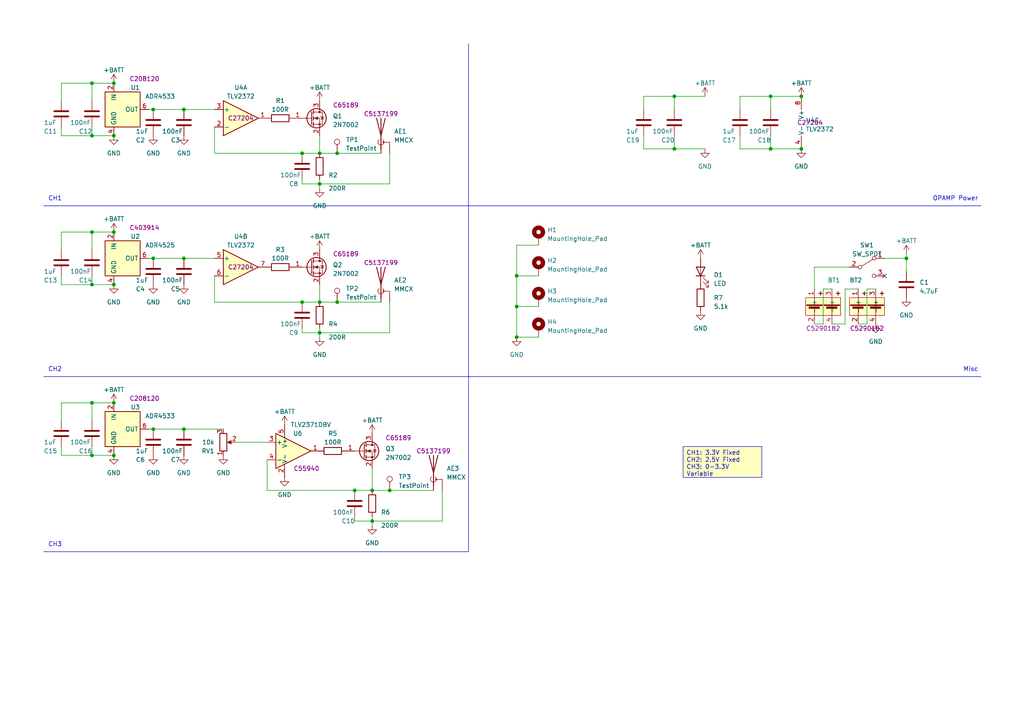
<source format=kicad_sch>
(kicad_sch (version 20230121) (generator eeschema)
  (paper "A4")
  (lib_symbols
    (symbol "Amplifier_Operational:TLV2371DBV" (pin_names (offset 0.127))
      (property "Reference" "U" (at -1.27 6.35 0))
      (property "Value" "TLV2371DBV" (at -1.27 3.81 0))
      (symbol "TLV2371DBV_0_1"
        (polyline (pts (xy -5.08 5.08) (xy 5.08 0) (xy -5.08 -5.08) (xy -5.08 5.08)) (stroke (width 0.254)) (fill (type background)))
        (pin power_in line (at -2.54 -7.62 90) (length 3.81) (name "V-") (number "2"))
        (pin power_in line (at -2.54 7.62 270) (length 3.81) (name "V+") (number "5"))
      )
      (symbol "TLV2371DBV_1_1"
        (pin output line (at 7.62 0 180) (length 2.54) (name "~") (number "1"))
        (pin input line (at -7.62 2.54 0) (length 2.54) (name "+") (number "3"))
        (pin input line (at -7.62 -2.54 0) (length 2.54) (name "-") (number "4"))
      )
    )
    (symbol "Amplifier_Operational:TLV2372" (pin_names (offset 0.127))
      (property "Reference" "U" (at 0 5.08 0))
      (property "Value" "TLV2372" (at 0 -5.08 0))
      (symbol "TLV2372_1_1"
        (polyline (pts (xy -5.08 5.08) (xy 5.08 0) (xy -5.08 -5.08) (xy -5.08 5.08)) (stroke (width 0.254)) (fill (type background)))
        (pin output line (at 7.62 0 180) (length 2.54) (name "~") (number "1"))
        (pin input line (at -7.62 -2.54 0) (length 2.54) (name "-") (number "2"))
        (pin input line (at -7.62 2.54 0) (length 2.54) (name "+") (number "3"))
      )
      (symbol "TLV2372_2_1"
        (polyline (pts (xy -5.08 5.08) (xy 5.08 0) (xy -5.08 -5.08) (xy -5.08 5.08)) (stroke (width 0.254)) (fill (type background)))
        (pin input line (at -7.62 2.54 0) (length 2.54) (name "+") (number "5"))
        (pin input line (at -7.62 -2.54 0) (length 2.54) (name "-") (number "6"))
        (pin output line (at 7.62 0 180) (length 2.54) (name "~") (number "7"))
      )
      (symbol "TLV2372_3_1"
        (pin power_in line (at -2.54 -7.62 90) (length 3.81) (name "V-") (number "4"))
        (pin power_in line (at -2.54 7.62 270) (length 3.81) (name "V+") (number "8"))
      )
    )
    (symbol "Connector:TestPoint" (pin_numbers hide) (pin_names (offset 0.762) hide)
      (property "Reference" "TP" (at 0 6.858 0))
      (property "Value" "TestPoint" (at 0 5.08 0))
      (symbol "TestPoint_0_1"
        (circle (center 0 3.302) (radius 0.762))
      )
      (symbol "TestPoint_1_1"
        (pin passive line (at 0 0 90) (length 2.54) (name "1") (number "1"))
      )
    )
    (symbol "Device:Antenna_Shield" (pin_numbers hide) (pin_names (offset 1.016) hide)
      (property "Reference" "AE" (at -1.905 4.445 0))
      (property "Value" "Antenna_Shield" (at -1.905 2.54 0))
      (symbol "Antenna_Shield_0_1"
        (arc (start -0.508 -1.143) (mid -0.8429 -2.1194) (end 0 -2.667))
        (arc (start 0 -2.667) (mid 0.7989 -2.1052) (end 0.508 -1.143))
        (polyline (pts (xy 0 -2.54) (xy 0 0)))
        (polyline (pts (xy 0 5.08) (xy 0 -3.81)) (stroke (width 0.254)))
        (polyline (pts (xy 0.762 -1.905) (xy 2.54 -1.905)))
        (polyline (pts (xy 2.54 -2.54) (xy 2.54 -1.905)))
        (polyline (pts (xy 1.27 5.08) (xy 0 0) (xy -1.27 5.08)) (stroke (width 0.254)))
        (circle (center 0.762 -1.905) (radius 0.1778) (fill (type outline)))
      )
      (symbol "Antenna_Shield_1_1"
        (pin input line (at 0 -5.08 90) (length 2.54) (name "A") (number "1"))
        (pin input line (at 2.54 -5.08 90) (length 2.54) (name "Shield") (number "2"))
      )
    )
    (symbol "Device:C" (pin_numbers hide) (pin_names (offset 0.254))
      (property "Reference" "C" (at 0.635 2.54 0))
      (property "Value" "C" (at 0.635 -2.54 0))
      (symbol "C_0_1"
        (polyline (pts (xy -2.032 -0.762) (xy 2.032 -0.762)) (stroke (width 0.508)))
        (polyline (pts (xy -2.032 0.762) (xy 2.032 0.762)) (stroke (width 0.508)))
      )
      (symbol "C_1_1"
        (pin passive line (at 0 3.81 270) (length 2.794) (name "~") (number "1"))
        (pin passive line (at 0 -3.81 90) (length 2.794) (name "~") (number "2"))
      )
    )
    (symbol "Device:LED" (pin_numbers hide) (pin_names (offset 1.016) hide)
      (property "Reference" "D" (at 0 2.54 0))
      (property "Value" "LED" (at 0 -2.54 0))
      (symbol "LED_0_1"
        (polyline (pts (xy -1.27 -1.27) (xy -1.27 1.27)) (stroke (width 0.254)))
        (polyline (pts (xy -1.27 0) (xy 1.27 0)))
        (polyline (pts (xy 1.27 -1.27) (xy 1.27 1.27) (xy -1.27 0) (xy 1.27 -1.27)) (stroke (width 0.254)))
        (polyline (pts (xy -3.048 -0.762) (xy -4.572 -2.286) (xy -3.81 -2.286) (xy -4.572 -2.286) (xy -4.572 -1.524)))
        (polyline (pts (xy -1.778 -0.762) (xy -3.302 -2.286) (xy -2.54 -2.286) (xy -3.302 -2.286) (xy -3.302 -1.524)))
      )
      (symbol "LED_1_1"
        (pin passive line (at -3.81 0 0) (length 2.54) (name "K") (number "1"))
        (pin passive line (at 3.81 0 180) (length 2.54) (name "A") (number "2"))
      )
    )
    (symbol "Device:R" (pin_numbers hide) (pin_names (offset 0))
      (property "Reference" "R" (at 2.032 0 90))
      (property "Value" "R" (at 0 0 90))
      (symbol "R_0_1"
        (rectangle (start -1.016 -2.54) (end 1.016 2.54) (stroke (width 0.254)))
      )
      (symbol "R_1_1"
        (pin passive line (at 0 3.81 270) (length 1.27) (name "~") (number "1"))
        (pin passive line (at 0 -3.81 90) (length 1.27) (name "~") (number "2"))
      )
    )
    (symbol "Device:R_Potentiometer" (pin_names (offset 1.016) hide)
      (property "Reference" "RV" (at -4.445 0 90))
      (property "Value" "R_Potentiometer" (at -2.54 0 90))
      (symbol "R_Potentiometer_0_1"
        (polyline (pts (xy 2.54 0) (xy 1.524 0)))
        (polyline (pts (xy 1.143 0) (xy 2.286 0.508) (xy 2.286 -0.508) (xy 1.143 0)) (fill (type outline)))
        (rectangle (start 1.016 2.54) (end -1.016 -2.54) (stroke (width 0.254)))
      )
      (symbol "R_Potentiometer_1_1"
        (pin passive line (at 0 3.81 270) (length 1.27) (name "1") (number "1"))
        (pin passive line (at 3.81 0 180) (length 1.27) (name "2") (number "2"))
        (pin passive line (at 0 -3.81 90) (length 1.27) (name "3") (number "3"))
      )
    )
    (symbol "Device_Local:Battery_AA_2Pack" (in_bom no) (on_board no)
      (property "Reference" "BT" (at 0 6.35 0))
      (symbol "Battery_AA_2Pack_0_1"
        (rectangle (start -4.826 0.508) (end -0.254 0.254) (fill (type outline)))
        (rectangle (start -4.1148 -0.0762) (end -1.0668 -0.5842) (fill (type outline)))
        (polyline (pts (xy -2.54 -0.508) (xy -2.54 -2.54)))
        (polyline (pts (xy -2.54 0.508) (xy -2.54 2.54)))
        (polyline (pts (xy -1.27 3.81) (xy -0.254 3.81)) (stroke (width 0.254)))
        (polyline (pts (xy -0.762 4.318) (xy -0.762 3.302)) (stroke (width 0.254)))
        (polyline (pts (xy 2.54 -0.508) (xy 2.54 -2.54)))
        (polyline (pts (xy 2.54 0.508) (xy 2.54 2.54)))
        (polyline (pts (xy 3.81 3.81) (xy 4.826 3.81)) (stroke (width 0.254)))
        (polyline (pts (xy 4.318 4.318) (xy 4.318 3.302)) (stroke (width 0.254)))
        (rectangle (start 0.254 0.508) (end 4.826 0.254) (fill (type outline)))
        (rectangle (start 0.9652 -0.0762) (end 4.0132 -0.5842) (fill (type outline)))
      )
      (symbol "Battery_AA_2Pack_1_1"
        (rectangle (start -5.08 2.54) (end 5.08 -2.54) (fill (type background)))
        (pin passive line (at -2.54 5.08 270) (length 2.54) (name "+") (number "1"))
        (pin passive line (at -2.54 -5.08 90) (length 2.54) (name "-") (number "2"))
        (pin passive line (at 2.54 5.08 270) (length 2.54) (name "+") (number "3"))
        (pin passive line (at 2.54 -5.08 90) (length 2.54) (name "-") (number "4"))
      )
    )
    (symbol "Mechanical:MountingHole_Pad" (pin_numbers hide) (pin_names (offset 1.016) hide)
      (property "Reference" "H" (at 0 6.35 0))
      (property "Value" "MountingHole_Pad" (at 0 4.445 0))
      (symbol "MountingHole_Pad_0_1"
        (circle (center 0 1.27) (radius 1.27) (stroke (width 1.27)))
      )
      (symbol "MountingHole_Pad_1_1"
        (pin input line (at 0 -2.54 90) (length 2.54) (name "1") (number "1"))
      )
    )
    (symbol "Reference_Voltage:ADR4525"
      (property "Reference" "U" (at 0 6.35 0))
      (property "Value" "ADR4525" (at 2.54 -6.35 0))
      (symbol "ADR4525_0_0"
        (pin no_connect line (at -5.08 0 0) (length 2.54) hide (name "NC") (number "3"))
        (pin no_connect line (at 5.08 2.54 180) (length 2.54) hide (name "NC") (number "7"))
        (pin no_connect line (at 5.08 -2.54 180) (length 2.54) hide (name "NC") (number "8"))
      )
      (symbol "ADR4525_0_1"
        (rectangle (start -5.08 5.08) (end 5.08 -5.08) (stroke (width 0.254)) (fill (type background)))
      )
      (symbol "ADR4525_1_1"
        (pin no_connect line (at -5.08 2.54 0) (length 2.54) hide (name "NC") (number "1"))
        (pin power_in line (at -2.54 7.62 270) (length 2.54) (name "IN") (number "2"))
        (pin power_in line (at -2.54 -7.62 90) (length 2.54) (name "GND") (number "4"))
        (pin no_connect line (at -5.08 -2.54 0) (length 2.54) hide (name "NC") (number "5"))
        (pin power_out line (at 7.62 0 180) (length 2.54) (name "OUT") (number "6"))
      )
    )
    (symbol "Reference_Voltage:ADR4533"
      (property "Reference" "U" (at 0 6.35 0))
      (property "Value" "ADR4533" (at 2.54 -6.35 0))
      (symbol "ADR4533_0_0"
        (pin no_connect line (at -5.08 0 0) (length 2.54) hide (name "NC") (number "3"))
        (pin no_connect line (at 5.08 2.54 180) (length 2.54) hide (name "NC") (number "7"))
        (pin no_connect line (at 5.08 -2.54 180) (length 2.54) hide (name "NC") (number "8"))
      )
      (symbol "ADR4533_0_1"
        (rectangle (start -5.08 5.08) (end 5.08 -5.08) (stroke (width 0.254)) (fill (type background)))
      )
      (symbol "ADR4533_1_1"
        (pin no_connect line (at -5.08 2.54 0) (length 2.54) hide (name "NC") (number "1"))
        (pin power_in line (at -2.54 7.62 270) (length 2.54) (name "IN") (number "2"))
        (pin power_in line (at -2.54 -7.62 90) (length 2.54) (name "GND") (number "4"))
        (pin no_connect line (at -5.08 -2.54 0) (length 2.54) hide (name "NC") (number "5"))
        (pin power_out line (at 7.62 0 180) (length 2.54) (name "OUT") (number "6"))
      )
    )
    (symbol "Switch:SW_SPDT" (pin_names (offset 0) hide)
      (property "Reference" "SW" (at 0 4.318 0))
      (property "Value" "SW_SPDT" (at 0 -5.08 0))
      (symbol "SW_SPDT_0_0"
        (circle (center -2.032 0) (radius 0.508))
        (circle (center 2.032 -2.54) (radius 0.508))
      )
      (symbol "SW_SPDT_0_1"
        (polyline (pts (xy -1.524 0.254) (xy 1.651 2.286)))
        (circle (center 2.032 2.54) (radius 0.508))
      )
      (symbol "SW_SPDT_1_1"
        (pin passive line (at 5.08 2.54 180) (length 2.54) (name "A") (number "1"))
        (pin passive line (at -5.08 0 0) (length 2.54) (name "B") (number "2"))
        (pin passive line (at 5.08 -2.54 180) (length 2.54) (name "C") (number "3"))
      )
    )
    (symbol "Transistor_FET:2N7002" (pin_names hide)
      (property "Reference" "Q" (at 5.08 1.905 0))
      (property "Value" "2N7002" (at 5.08 0 0))
      (symbol "2N7002_0_1"
        (polyline (pts (xy 0.254 0) (xy -2.54 0)))
        (polyline (pts (xy 0.254 1.905) (xy 0.254 -1.905)) (stroke (width 0.254)))
        (polyline (pts (xy 0.762 -1.27) (xy 0.762 -2.286)) (stroke (width 0.254)))
        (polyline (pts (xy 0.762 0.508) (xy 0.762 -0.508)) (stroke (width 0.254)))
        (polyline (pts (xy 0.762 2.286) (xy 0.762 1.27)) (stroke (width 0.254)))
        (polyline (pts (xy 2.54 2.54) (xy 2.54 1.778)))
        (polyline (pts (xy 2.54 -2.54) (xy 2.54 0) (xy 0.762 0)))
        (polyline (pts (xy 0.762 -1.778) (xy 3.302 -1.778) (xy 3.302 1.778) (xy 0.762 1.778)))
        (polyline (pts (xy 1.016 0) (xy 2.032 0.381) (xy 2.032 -0.381) (xy 1.016 0)) (fill (type outline)))
        (polyline (pts (xy 2.794 0.508) (xy 2.921 0.381) (xy 3.683 0.381) (xy 3.81 0.254)))
        (polyline (pts (xy 3.302 0.381) (xy 2.921 -0.254) (xy 3.683 -0.254) (xy 3.302 0.381)))
        (circle (center 1.651 0) (radius 2.794) (stroke (width 0.254)))
        (circle (center 2.54 -1.778) (radius 0.254) (fill (type outline)))
        (circle (center 2.54 1.778) (radius 0.254) (fill (type outline)))
      )
      (symbol "2N7002_1_1"
        (pin input line (at -5.08 0 0) (length 2.54) (name "G") (number "1"))
        (pin passive line (at 2.54 -5.08 90) (length 2.54) (name "S") (number "2"))
        (pin passive line (at 2.54 5.08 270) (length 2.54) (name "D") (number "3"))
      )
    )
    (symbol "power:+BATT" (power) (pin_names (offset 0))
      (property "Value" "+BATT" (at 0 3.556 0))
      (symbol "+BATT_0_1"
        (polyline (pts (xy -0.762 1.27) (xy 0 2.54)))
        (polyline (pts (xy 0 0) (xy 0 2.54)))
        (polyline (pts (xy 0 2.54) (xy 0.762 1.27)))
      )
      (symbol "+BATT_1_1"
        (pin power_in line (at 0 0 90) (length 0) hide (name "+BATT") (number "1"))
      )
    )
    (symbol "power:GND" (power) (pin_names (offset 0))
      (property "Value" "GND" (at 0 -3.81 0))
      (symbol "GND_0_1"
        (polyline (pts (xy 0 0) (xy 0 -1.27) (xy 1.27 -1.27) (xy 0 -2.54) (xy -1.27 -1.27) (xy 0 -1.27)))
      )
      (symbol "GND_1_1"
        (pin power_in line (at 0 0 270) (length 0) hide (name "GND") (number "1"))
      )
    )
  )
  (junction (at 26.67 132.08))
  (junction (at 223.52 27.94))
  (junction (at 195.58 43.18))
  (junction (at 223.52 43.18))
  (junction (at 97.79 44.45))
  (junction (at 26.67 39.37))
  (junction (at 33.02 67.31))
  (junction (at 232.41 43.18))
  (junction (at 195.58 27.94))
  (junction (at 92.71 96.52))
  (junction (at 232.41 27.94))
  (junction (at 149.86 97.79))
  (junction (at 26.67 67.31))
  (junction (at 97.79 87.63))
  (junction (at 87.63 87.63))
  (junction (at 92.71 87.63))
  (junction (at 44.45 124.46))
  (junction (at 44.45 74.93))
  (junction (at 113.03 142.24))
  (junction (at 44.45 31.75))
  (junction (at 107.95 142.24))
  (junction (at 149.86 80.01))
  (junction (at 92.71 53.34))
  (junction (at 33.02 116.84))
  (junction (at 53.34 74.93))
  (junction (at 26.67 82.55))
  (junction (at 102.87 142.24))
  (junction (at 33.02 24.13))
  (junction (at 26.67 24.13))
  (junction (at 262.89 74.93))
  (junction (at 53.34 31.75))
  (junction (at 33.02 132.08))
  (junction (at 107.95 151.13))
  (junction (at 26.67 116.84))
  (junction (at 149.86 88.9))
  (junction (at 33.02 39.37))
  (junction (at 33.02 82.55))
  (junction (at 53.34 124.46))
  (junction (at 87.63 44.45))
  (junction (at 92.71 44.45))
  (no_connect (at 256.54 80.01))
  (wire (pts (xy 17.78 80.01) (xy 17.78 82.55)))
  (wire (pts (xy 26.67 39.37) (xy 33.02 39.37)))
  (wire (pts (xy 17.78 36.83) (xy 17.78 39.37)))
  (polyline (pts (xy 135.89 109.22) (xy 135.89 59.69)))
  (wire (pts (xy 17.78 24.13) (xy 26.67 24.13)))
  (wire (pts (xy 107.95 142.24) (xy 113.03 142.24)))
  (wire (pts (xy 87.63 53.34) (xy 92.71 53.34)))
  (polyline (pts (xy 12.7 160.02) (xy 135.89 160.02)))
  (wire (pts (xy 26.67 82.55) (xy 33.02 82.55)))
  (wire (pts (xy 102.87 151.13) (xy 107.95 151.13)))
  (wire (pts (xy 87.63 52.07) (xy 87.63 53.34)))
  (wire (pts (xy 223.52 27.94) (xy 223.52 31.75)))
  (wire (pts (xy 62.23 87.63) (xy 62.23 80.01)))
  (wire (pts (xy 236.22 77.47) (xy 236.22 83.82)))
  (wire (pts (xy 214.63 31.75) (xy 214.63 27.94)))
  (wire (pts (xy 245.11 83.82) (xy 248.92 83.82)))
  (wire (pts (xy 195.58 39.37) (xy 195.58 43.18)))
  (wire (pts (xy 26.67 24.13) (xy 26.67 29.21)))
  (wire (pts (xy 186.69 27.94) (xy 195.58 27.94)))
  (wire (pts (xy 53.34 74.93) (xy 62.23 74.93)))
  (wire (pts (xy 62.23 87.63) (xy 87.63 87.63)))
  (wire (pts (xy 223.52 43.18) (xy 232.41 43.18)))
  (wire (pts (xy 92.71 53.34) (xy 113.03 53.34)))
  (wire (pts (xy 17.78 121.92) (xy 17.78 116.84)))
  (wire (pts (xy 17.78 39.37) (xy 26.67 39.37)))
  (polyline (pts (xy 135.89 160.02) (xy 135.89 109.22)))
  (wire (pts (xy 97.79 44.45) (xy 110.49 44.45)))
  (wire (pts (xy 43.18 124.46) (xy 44.45 124.46)))
  (wire (pts (xy 156.21 71.12) (xy 149.86 71.12)))
  (wire (pts (xy 149.86 88.9) (xy 149.86 97.79)))
  (wire (pts (xy 245.11 93.98) (xy 245.11 83.82)))
  (wire (pts (xy 26.67 36.83) (xy 26.67 39.37)))
  (wire (pts (xy 149.86 80.01) (xy 156.21 80.01)))
  (wire (pts (xy 92.71 87.63) (xy 97.79 87.63)))
  (wire (pts (xy 92.71 95.25) (xy 92.71 96.52)))
  (wire (pts (xy 195.58 43.18) (xy 204.47 43.18)))
  (wire (pts (xy 195.58 27.94) (xy 195.58 31.75)))
  (wire (pts (xy 17.78 132.08) (xy 26.67 132.08)))
  (wire (pts (xy 62.23 44.45) (xy 62.23 36.83)))
  (wire (pts (xy 262.89 74.93) (xy 256.54 74.93)))
  (wire (pts (xy 26.67 132.08) (xy 33.02 132.08)))
  (wire (pts (xy 68.58 128.27) (xy 77.47 128.27)))
  (wire (pts (xy 248.92 93.98) (xy 251.46 93.98)))
  (wire (pts (xy 17.78 129.54) (xy 17.78 132.08)))
  (wire (pts (xy 128.27 142.24) (xy 128.27 151.13)))
  (polyline (pts (xy 12.7 59.69) (xy 135.89 59.69)))
  (wire (pts (xy 26.67 67.31) (xy 33.02 67.31)))
  (wire (pts (xy 186.69 31.75) (xy 186.69 27.94)))
  (wire (pts (xy 251.46 83.82) (xy 254 83.82)))
  (wire (pts (xy 92.71 53.34) (xy 92.71 54.61)))
  (wire (pts (xy 17.78 29.21) (xy 17.78 24.13)))
  (wire (pts (xy 223.52 27.94) (xy 232.41 27.94)))
  (wire (pts (xy 97.79 87.63) (xy 110.49 87.63)))
  (wire (pts (xy 92.71 82.55) (xy 92.71 87.63)))
  (wire (pts (xy 149.86 71.12) (xy 149.86 80.01)))
  (wire (pts (xy 113.03 142.24) (xy 125.73 142.24)))
  (wire (pts (xy 186.69 39.37) (xy 186.69 43.18)))
  (wire (pts (xy 107.95 149.86) (xy 107.95 151.13)))
  (wire (pts (xy 149.86 97.79) (xy 156.21 97.79)))
  (wire (pts (xy 17.78 67.31) (xy 26.67 67.31)))
  (wire (pts (xy 149.86 80.01) (xy 149.86 88.9)))
  (wire (pts (xy 102.87 142.24) (xy 107.95 142.24)))
  (wire (pts (xy 87.63 87.63) (xy 92.71 87.63)))
  (wire (pts (xy 53.34 124.46) (xy 64.77 124.46)))
  (wire (pts (xy 214.63 39.37) (xy 214.63 43.18)))
  (wire (pts (xy 251.46 93.98) (xy 251.46 83.82)))
  (wire (pts (xy 107.95 151.13) (xy 128.27 151.13)))
  (polyline (pts (xy 135.89 12.7) (xy 135.89 59.69)))
  (wire (pts (xy 113.03 87.63) (xy 113.03 96.52)))
  (wire (pts (xy 87.63 96.52) (xy 92.71 96.52)))
  (wire (pts (xy 26.67 80.01) (xy 26.67 82.55)))
  (wire (pts (xy 53.34 31.75) (xy 62.23 31.75)))
  (wire (pts (xy 17.78 116.84) (xy 26.67 116.84)))
  (wire (pts (xy 92.71 39.37) (xy 92.71 44.45)))
  (wire (pts (xy 62.23 44.45) (xy 87.63 44.45)))
  (wire (pts (xy 149.86 88.9) (xy 156.21 88.9)))
  (wire (pts (xy 87.63 95.25) (xy 87.63 96.52)))
  (wire (pts (xy 87.63 44.45) (xy 92.71 44.45)))
  (wire (pts (xy 44.45 74.93) (xy 53.34 74.93)))
  (wire (pts (xy 262.89 73.66) (xy 262.89 74.93)))
  (polyline (pts (xy 135.89 109.22) (xy 284.48 109.22)))
  (wire (pts (xy 107.95 151.13) (xy 107.95 152.4)))
  (wire (pts (xy 26.67 116.84) (xy 26.67 121.92)))
  (wire (pts (xy 186.69 43.18) (xy 195.58 43.18)))
  (wire (pts (xy 238.76 93.98) (xy 238.76 83.82)))
  (wire (pts (xy 195.58 27.94) (xy 204.47 27.94)))
  (wire (pts (xy 26.67 129.54) (xy 26.67 132.08)))
  (wire (pts (xy 26.67 116.84) (xy 33.02 116.84)))
  (wire (pts (xy 17.78 72.39) (xy 17.78 67.31)))
  (wire (pts (xy 241.3 93.98) (xy 245.11 93.98)))
  (wire (pts (xy 17.78 82.55) (xy 26.67 82.55)))
  (wire (pts (xy 43.18 31.75) (xy 44.45 31.75)))
  (wire (pts (xy 92.71 52.07) (xy 92.71 53.34)))
  (wire (pts (xy 113.03 44.45) (xy 113.03 53.34)))
  (wire (pts (xy 92.71 96.52) (xy 113.03 96.52)))
  (wire (pts (xy 107.95 135.89) (xy 107.95 142.24)))
  (polyline (pts (xy 135.89 59.69) (xy 284.48 59.69)))
  (polyline (pts (xy 12.7 109.22) (xy 135.89 109.22)))
  (wire (pts (xy 26.67 67.31) (xy 26.67 72.39)))
  (wire (pts (xy 236.22 77.47) (xy 246.38 77.47)))
  (wire (pts (xy 92.71 44.45) (xy 97.79 44.45)))
  (wire (pts (xy 44.45 124.46) (xy 53.34 124.46)))
  (wire (pts (xy 77.47 142.24) (xy 102.87 142.24)))
  (wire (pts (xy 26.67 24.13) (xy 33.02 24.13)))
  (wire (pts (xy 262.89 74.93) (xy 262.89 78.74)))
  (wire (pts (xy 223.52 39.37) (xy 223.52 43.18)))
  (wire (pts (xy 214.63 27.94) (xy 223.52 27.94)))
  (wire (pts (xy 43.18 74.93) (xy 44.45 74.93)))
  (wire (pts (xy 236.22 93.98) (xy 238.76 93.98)))
  (wire (pts (xy 214.63 43.18) (xy 223.52 43.18)))
  (wire (pts (xy 102.87 149.86) (xy 102.87 151.13)))
  (wire (pts (xy 77.47 133.35) (xy 77.47 142.24)))
  (wire (pts (xy 92.71 96.52) (xy 92.71 97.79)))
  (wire (pts (xy 238.76 83.82) (xy 241.3 83.82)))
  (wire (pts (xy 44.45 31.75) (xy 53.34 31.75)))
  (text_box "CH1: 3.3V Fixed\nCH2: 2.5V Fixed\nCH3: 0-3.3V Variable" (at 198.12 129.54 0) (size 22.86 8.89) (fill (type color) (color 255 255 194 1)) (effects (font (size 1.27 1.27)) (justify left top)))
  (text "Misc" (at 279.4 107.95 0) (effects (font (size 1.27 1.27)) (justify left bottom)))
  (text "OPAMP Power" (at 270.51 58.42 0) (effects (font (size 1.27 1.27)) (justify left bottom)))
  (text "CH1" (at 13.97 58.42 0) (effects (font (size 1.27 1.27)) (justify left bottom)))
  (text "CH3" (at 13.97 158.75 0) (effects (font (size 1.27 1.27)) (justify left bottom)))
  (text "CH2" (at 13.97 107.95 0) (effects (font (size 1.27 1.27)) (justify left bottom)))
  (symbol (lib_id "Device:R") (at 92.71 48.26 180) (unit 1)
    (property "Reference" "R2" (at 95.25 50.8 0) (effects (justify right)))
    (property "Value" "200R" (at 95.25 54.61 0) (effects (justify right)))
    (property "Footprint" "Resistor_SMD:R_0603_1608Metric" (effects hide))
  )
  (symbol (lib_id "Device:C") (at 87.63 48.26 0) (unit 1)
    (property "Reference" "C8" (at 83.82 53.34 0) (effects (justify left)))
    (property "Value" "100nF" (at 81.28 50.8 0) (effects (justify left)))
    (property "Footprint" "Capacitor_SMD:C_0603_1608Metric" (effects hide))
  )
  (symbol (lib_id "Device:C") (at 17.78 76.2 0) (unit 1)
    (property "Reference" "C13" (at 12.7 81.28 0) (effects (justify left)))
    (property "Value" "1uF" (at 12.7 78.74 0) (effects (justify left)))
    (property "Footprint" "Capacitor_SMD:C_0603_1608Metric" (effects hide))
  )
  (symbol (lib_id "Device:C") (at 195.58 35.56 0) (unit 1)
    (property "Reference" "C20" (at 191.77 40.64 0) (effects (justify left)))
    (property "Value" "100nF" (at 189.23 38.1 0) (effects (justify left)))
    (property "Footprint" "Capacitor_SMD:C_0603_1608Metric" (effects hide))
  )
  (symbol (lib_id "Device:Antenna_Shield") (at 110.49 82.55 0) (unit 1)
    (property "Reference" "AE2" (at 114.3 81.28 0) (effects (justify left)))
    (property "Value" "MMCX" (at 114.3 83.82 0) (effects (justify left)))
    (property "Footprint" "Connector_Coaxial:MMCX_Molex_73415-1471_Vertical" (effects hide))
    (property "MPN" "C5137199" (at 110.49 76.2 0))
  )
  (symbol (lib_id "power:+BATT") (at 107.95 125.73 0) (unit 1)
    (property "Reference" "#PWR013" (effects hide))
    (property "Value" "+BATT" (at 107.95 121.92 0))
  )
  (symbol (lib_id "power:GND") (at 33.02 132.08 0) (unit 1)
    (property "Reference" "#PWR030" (effects hide))
    (property "Value" "GND" (at 33.02 137.16 0))
  )
  (symbol (lib_id "Device:C") (at 53.34 35.56 0) (unit 1)
    (property "Reference" "C3" (at 49.53 40.64 0) (effects (justify left)))
    (property "Value" "100nF" (at 46.99 38.1 0) (effects (justify left)))
    (property "Footprint" "Capacitor_SMD:C_0603_1608Metric" (effects hide))
  )
  (symbol (lib_id "power:GND") (at 107.95 152.4 0) (unit 1)
    (property "Reference" "#PWR026" (effects hide))
    (property "Value" "GND" (at 107.95 157.48 0))
  )
  (symbol (lib_id "power:GND") (at 64.77 132.08 0) (unit 1)
    (property "Reference" "#PWR015" (effects hide))
    (property "Value" "GND" (at 64.77 137.16 0))
  )
  (symbol (lib_id "Switch:SW_SPDT") (at 251.46 77.47 0) (unit 1)
    (property "Reference" "SW1" (at 251.46 71.12 0))
    (property "Value" "SW_SPDT" (at 251.46 73.66 0))
    (property "Footprint" "Button_Switch_SMD:SW_SPDT_PCM12" (effects hide))
  )
  (symbol (lib_id "power:+BATT") (at 92.71 72.39 0) (unit 1)
    (property "Reference" "#PWR012" (effects hide))
    (property "Value" "+BATT" (at 92.71 68.58 0))
  )
  (symbol (lib_id "Device:R_Potentiometer") (at 64.77 128.27 0) (mirror x) (unit 1)
    (property "Reference" "RV1" (at 62.23 130.81 0) (effects (justify right)))
    (property "Value" "10k" (at 62.23 128.27 0) (effects (justify right)))
    (property "Footprint" "Potentiometer_SMD:Potentiometer_Bourns_3224W_Vertical" (effects hide))
    (property "MPN" "3224W-1-103E" (effects hide))
  )
  (symbol (lib_id "Device:C") (at 53.34 78.74 0) (unit 1)
    (property "Reference" "C5" (at 49.53 83.82 0) (effects (justify left)))
    (property "Value" "100nF" (at 46.99 81.28 0) (effects (justify left)))
    (property "Footprint" "Capacitor_SMD:C_0603_1608Metric" (effects hide))
  )
  (symbol (lib_id "power:GND") (at 232.41 43.18 0) (unit 1)
    (property "Reference" "#PWR023" (effects hide))
    (property "Value" "GND" (at 232.41 48.26 0))
  )
  (symbol (lib_id "power:GND") (at 82.55 138.43 0) (unit 1)
    (property "Reference" "#PWR024" (effects hide))
    (property "Value" "GND" (at 82.55 143.51 0))
  )
  (symbol (lib_id "Mechanical:MountingHole_Pad") (at 156.21 68.58 0) (unit 1) (in_bom no)
    (property "Reference" "H1" (at 158.75 66.675 0) (effects (justify left)))
    (property "Value" "MountingHole_Pad" (at 158.75 69.215 0) (effects (justify left)))
    (property "Footprint" "MountingHole:MountingHole_3.2mm_M3_Pad" (effects hide))
  )
  (symbol (lib_id "Device:C") (at 26.67 33.02 0) (unit 1)
    (property "Reference" "C12" (at 22.86 38.1 0) (effects (justify left)))
    (property "Value" "100nF" (at 20.32 35.56 0) (effects (justify left)))
    (property "Footprint" "Capacitor_SMD:C_0603_1608Metric" (effects hide))
  )
  (symbol (lib_id "Device:R") (at 96.52 130.81 90) (unit 1)
    (property "Reference" "R5" (at 96.52 125.73 90))
    (property "Value" "100R" (at 96.52 128.27 90))
    (property "Footprint" "Resistor_SMD:R_0603_1608Metric" (effects hide))
  )
  (symbol (lib_id "Mechanical:MountingHole_Pad") (at 156.21 95.25 0) (unit 1) (in_bom no)
    (property "Reference" "H4" (at 158.75 93.345 0) (effects (justify left)))
    (property "Value" "MountingHole_Pad" (at 158.75 95.885 0) (effects (justify left)))
    (property "Footprint" "MountingHole:MountingHole_3.2mm_M3_Pad" (effects hide))
  )
  (symbol (lib_id "Device:C") (at 26.67 125.73 0) (unit 1)
    (property "Reference" "C16" (at 22.86 130.81 0) (effects (justify left)))
    (property "Value" "100nF" (at 20.32 128.27 0) (effects (justify left)))
    (property "Footprint" "Capacitor_SMD:C_0603_1608Metric" (effects hide))
  )
  (symbol (lib_id "Device:Antenna_Shield") (at 125.73 137.16 0) (unit 1)
    (property "Reference" "AE3" (at 129.54 135.89 0) (effects (justify left)))
    (property "Value" "MMCX" (at 129.54 138.43 0) (effects (justify left)))
    (property "Footprint" "Connector_Coaxial:MMCX_Molex_73415-1471_Vertical" (effects hide))
    (property "MPN" "C5137199" (at 125.73 130.81 0))
  )
  (symbol (lib_id "power:GND") (at 203.2 90.17 0) (unit 1)
    (property "Reference" "#PWR031" (effects hide))
    (property "Value" "GND" (at 203.2 95.25 0))
  )
  (symbol (lib_id "Amplifier_Operational:TLV2372") (at 234.95 35.56 0) (unit 3)
    (property "Reference" "U4" (at 233.68 34.925 0) (effects (justify left)))
    (property "Value" "TLV2372" (at 233.68 37.465 0) (effects (justify left)))
    (property "Footprint" "Package_SO:SOIC-8_3.9x4.9mm_P1.27mm" (effects hide))
    (property "Datasheet" "http://www.ti.com/lit/ds/symlink/tlv2375.pdf" (effects hide))
    (property "MPN" "C27204" (at 234.95 35.56 0))
  )
  (symbol (lib_id "Device:C") (at 44.45 35.56 0) (unit 1)
    (property "Reference" "C2" (at 39.37 40.64 0) (effects (justify left)))
    (property "Value" "1uF" (at 39.37 38.1 0) (effects (justify left)))
    (property "Footprint" "Capacitor_SMD:C_0603_1608Metric" (effects hide))
  )
  (symbol (lib_id "Connector:TestPoint") (at 97.79 44.45 0) (unit 1)
    (property "Reference" "TP1" (at 100.33 40.513 0) (effects (justify left)))
    (property "Value" "TestPoint" (at 100.33 43.053 0) (effects (justify left)))
    (property "Footprint" "TestPoint:TestPoint_Pad_1.5x1.5mm" (effects hide))
  )
  (symbol (lib_id "power:+BATT") (at 232.41 27.94 0) (unit 1)
    (property "Reference" "#PWR022" (effects hide))
    (property "Value" "+BATT" (at 232.41 24.13 0))
  )
  (symbol (lib_id "Device:C") (at 223.52 35.56 0) (unit 1)
    (property "Reference" "C18" (at 219.71 40.64 0) (effects (justify left)))
    (property "Value" "100nF" (at 217.17 38.1 0) (effects (justify left)))
    (property "Footprint" "Capacitor_SMD:C_0603_1608Metric" (effects hide))
  )
  (symbol (lib_id "power:GND") (at 44.45 82.55 0) (unit 1)
    (property "Reference" "#PWR010" (effects hide))
    (property "Value" "GND" (at 44.45 87.63 0))
  )
  (symbol (lib_id "power:GND") (at 204.47 43.18 0) (unit 1)
    (property "Reference" "#PWR05" (effects hide))
    (property "Value" "GND" (at 204.47 48.26 0))
  )
  (symbol (lib_id "power:GND") (at 33.02 39.37 0) (unit 1)
    (property "Reference" "#PWR03" (effects hide))
    (property "Value" "GND" (at 33.02 44.45 0))
  )
  (symbol (lib_id "Device:C") (at 44.45 78.74 0) (unit 1)
    (property "Reference" "C4" (at 39.37 83.82 0) (effects (justify left)))
    (property "Value" "1uF" (at 39.37 81.28 0) (effects (justify left)))
    (property "Footprint" "Capacitor_SMD:C_0603_1608Metric" (effects hide))
  )
  (symbol (lib_id "Transistor_FET:2N7002") (at 105.41 130.81 0) (unit 1)
    (property "Reference" "Q3" (at 111.76 130.175 0) (effects (justify left)))
    (property "Value" "2N7002" (at 111.76 132.715 0) (effects (justify left)))
    (property "Footprint" "Package_TO_SOT_SMD:SOT-23" (effects hide))
    (property "Datasheet" "https://www.onsemi.com/pub/Collateral/NDS7002A-D.PDF" (effects hide))
    (property "MPN" "C65189" (at 115.57 127 0))
  )
  (symbol (lib_id "power:+BATT") (at 33.02 67.31 0) (unit 1)
    (property "Reference" "#PWR027" (effects hide))
    (property "Value" "+BATT" (at 33.02 63.5 0))
  )
  (symbol (lib_id "Device:C") (at 17.78 33.02 0) (unit 1)
    (property "Reference" "C11" (at 12.7 38.1 0) (effects (justify left)))
    (property "Value" "1uF" (at 12.7 35.56 0) (effects (justify left)))
    (property "Footprint" "Capacitor_SMD:C_0603_1608Metric" (effects hide))
  )
  (symbol (lib_id "Device:C") (at 186.69 35.56 0) (unit 1)
    (property "Reference" "C19" (at 181.61 40.64 0) (effects (justify left)))
    (property "Value" "1uF" (at 181.61 38.1 0) (effects (justify left)))
    (property "Footprint" "Capacitor_SMD:C_0603_1608Metric" (effects hide))
  )
  (symbol (lib_id "power:GND") (at 254 93.98 0) (unit 1)
    (property "Reference" "#PWR02" (effects hide))
    (property "Value" "GND" (at 254 99.06 0))
  )
  (symbol (lib_id "power:+BATT") (at 203.2 74.93 0) (unit 1)
    (property "Reference" "#PWR018" (effects hide))
    (property "Value" "+BATT" (at 203.2 71.12 0))
  )
  (symbol (lib_id "Device:R") (at 92.71 91.44 180) (unit 1)
    (property "Reference" "R4" (at 95.25 93.98 0) (effects (justify right)))
    (property "Value" "200R" (at 95.25 97.79 0) (effects (justify right)))
    (property "Footprint" "Resistor_SMD:R_0603_1608Metric" (effects hide))
  )
  (symbol (lib_id "Device_Local:Battery_AA_2Pack") (at 251.46 88.9 0) (unit 1)
    (property "Reference" "BT2" (at 246.38 81.28 0) (effects (justify left)))
    (property "Value" "~" (at 254 88.9 0))
    (property "Footprint" "Battery_Local:BH-AA-B5BA015" (effects hide))
    (property "MPN" "C5290182" (at 251.46 95.25 0))
  )
  (symbol (lib_id "power:GND") (at 149.86 97.79 0) (unit 1)
    (property "Reference" "#PWR017" (effects hide))
    (property "Value" "GND" (at 149.86 102.87 0))
  )
  (symbol (lib_id "Device:C") (at 44.45 128.27 0) (unit 1)
    (property "Reference" "C6" (at 39.37 133.35 0) (effects (justify left)))
    (property "Value" "1uF" (at 39.37 130.81 0) (effects (justify left)))
    (property "Footprint" "Capacitor_SMD:C_0603_1608Metric" (effects hide))
  )
  (symbol (lib_id "Device:Antenna_Shield") (at 110.49 39.37 0) (unit 1)
    (property "Reference" "AE1" (at 114.3 38.1 0) (effects (justify left)))
    (property "Value" "MMCX" (at 114.3 40.64 0) (effects (justify left)))
    (property "Footprint" "Connector_Coaxial:MMCX_Molex_73415-1471_Vertical" (effects hide))
    (property "MPN" "C5137199" (at 110.49 33.02 0))
  )
  (symbol (lib_id "Device:C") (at 262.89 82.55 0) (unit 1)
    (property "Reference" "C1" (at 266.7 81.915 0) (effects (justify left)))
    (property "Value" "4.7uF" (at 266.7 84.455 0) (effects (justify left)))
    (property "Footprint" "Capacitor_SMD:C_0603_1608Metric" (effects hide))
  )
  (symbol (lib_id "Mechanical:MountingHole_Pad") (at 156.21 77.47 0) (unit 1) (in_bom no)
    (property "Reference" "H2" (at 158.75 75.565 0) (effects (justify left)))
    (property "Value" "MountingHole_Pad" (at 158.75 78.105 0) (effects (justify left)))
    (property "Footprint" "MountingHole:MountingHole_3.2mm_M3_Pad" (effects hide))
  )
  (symbol (lib_id "Transistor_FET:2N7002") (at 90.17 34.29 0) (unit 1)
    (property "Reference" "Q1" (at 96.52 33.655 0) (effects (justify left)))
    (property "Value" "2N7002" (at 96.52 36.195 0) (effects (justify left)))
    (property "Footprint" "Package_TO_SOT_SMD:SOT-23" (effects hide))
    (property "Datasheet" "https://www.onsemi.com/pub/Collateral/NDS7002A-D.PDF" (effects hide))
    (property "MPN" "C65189" (at 100.33 30.48 0))
  )
  (symbol (lib_id "Connector:TestPoint") (at 113.03 142.24 0) (unit 1)
    (property "Reference" "TP3" (at 115.57 138.303 0) (effects (justify left)))
    (property "Value" "TestPoint" (at 115.57 140.843 0) (effects (justify left)))
    (property "Footprint" "TestPoint:TestPoint_Pad_1.5x1.5mm" (effects hide))
  )
  (symbol (lib_id "power:GND") (at 53.34 132.08 0) (unit 1)
    (property "Reference" "#PWR019" (effects hide))
    (property "Value" "GND" (at 53.34 137.16 0))
  )
  (symbol (lib_id "Amplifier_Operational:TLV2372") (at 69.85 77.47 0) (unit 2)
    (property "Reference" "U4" (at 69.85 68.58 0))
    (property "Value" "TLV2372" (at 69.85 71.12 0))
    (property "Footprint" "Package_SO:SOIC-8_3.9x4.9mm_P1.27mm" (effects hide))
    (property "Datasheet" "http://www.ti.com/lit/ds/symlink/tlv2375.pdf" (effects hide))
    (property "MPN" "C27204" (at 69.85 77.47 0))
  )
  (symbol (lib_id "Device:R") (at 107.95 146.05 180) (unit 1)
    (property "Reference" "R6" (at 110.49 148.59 0) (effects (justify right)))
    (property "Value" "200R" (at 110.49 152.4 0) (effects (justify right)))
    (property "Footprint" "Resistor_SMD:R_0603_1608Metric" (effects hide))
  )
  (symbol (lib_id "power:+BATT") (at 82.55 123.19 0) (unit 1)
    (property "Reference" "#PWR025" (effects hide))
    (property "Value" "+BATT" (at 82.55 119.38 0))
  )
  (symbol (lib_id "power:+BATT") (at 92.71 29.21 0) (unit 1)
    (property "Reference" "#PWR07" (effects hide))
    (property "Value" "+BATT" (at 92.71 25.4 0))
  )
  (symbol (lib_id "Device:C") (at 53.34 128.27 0) (unit 1)
    (property "Reference" "C7" (at 49.53 133.35 0) (effects (justify left)))
    (property "Value" "100nF" (at 46.99 130.81 0) (effects (justify left)))
    (property "Footprint" "Capacitor_SMD:C_0603_1608Metric" (effects hide))
  )
  (symbol (lib_id "Device_Local:Battery_AA_2Pack") (at 238.76 88.9 0) (unit 1)
    (property "Reference" "BT1" (at 240.03 81.28 0) (effects (justify left)))
    (property "Value" "~" (at 241.3 88.9 0))
    (property "Footprint" "Battery_Local:BH-AA-B5BA015" (effects hide))
    (property "MPN" "C5290182" (at 238.76 95.25 0))
  )
  (symbol (lib_id "Amplifier_Operational:TLV2371DBV") (at 85.09 130.81 0) (unit 1)
    (property "Reference" "U6" (at 86.36 125.73 0))
    (property "Value" "TLV2371DBV" (at 90.17 123.19 0))
    (property "Footprint" "Package_TO_SOT_SMD:SOT-23-5" (effects hide))
    (property "Datasheet" "http://www.ti.com/lit/ds/symlink/tlv2375.pdf" (effects hide))
    (property "MPN" "C55940" (at 88.9 135.89 0))
  )
  (symbol (lib_id "Connector:TestPoint") (at 97.79 87.63 0) (unit 1)
    (property "Reference" "TP2" (at 100.33 83.693 0) (effects (justify left)))
    (property "Value" "TestPoint" (at 100.33 86.233 0) (effects (justify left)))
    (property "Footprint" "TestPoint:TestPoint_Pad_1.5x1.5mm" (effects hide))
  )
  (symbol (lib_id "power:GND") (at 92.71 97.79 0) (unit 1)
    (property "Reference" "#PWR020" (effects hide))
    (property "Value" "GND" (at 92.71 102.87 0))
  )
  (symbol (lib_id "Device:C") (at 17.78 125.73 0) (unit 1)
    (property "Reference" "C15" (at 12.7 130.81 0) (effects (justify left)))
    (property "Value" "1uF" (at 12.7 128.27 0) (effects (justify left)))
    (property "Footprint" "Capacitor_SMD:C_0603_1608Metric" (effects hide))
  )
  (symbol (lib_id "power:GND") (at 44.45 132.08 0) (unit 1)
    (property "Reference" "#PWR014" (effects hide))
    (property "Value" "GND" (at 44.45 137.16 0))
  )
  (symbol (lib_id "Device:LED") (at 203.2 78.74 90) (unit 1)
    (property "Reference" "D1" (at 207.01 79.6925 90) (effects (justify right)))
    (property "Value" "LED" (at 207.01 82.2325 90) (effects (justify right)))
    (property "Footprint" "LED_SMD:LED_0603_1608Metric" (effects hide))
  )
  (symbol (lib_id "Device:R") (at 81.28 77.47 90) (unit 1)
    (property "Reference" "R3" (at 81.28 72.39 90))
    (property "Value" "100R" (at 81.28 74.93 90))
    (property "Footprint" "Resistor_SMD:R_0603_1608Metric" (effects hide))
  )
  (symbol (lib_id "Device:C") (at 26.67 76.2 0) (unit 1)
    (property "Reference" "C14" (at 22.86 81.28 0) (effects (justify left)))
    (property "Value" "100nF" (at 20.32 78.74 0) (effects (justify left)))
    (property "Footprint" "Capacitor_SMD:C_0603_1608Metric" (effects hide))
  )
  (symbol (lib_id "power:+BATT") (at 33.02 116.84 0) (unit 1)
    (property "Reference" "#PWR029" (effects hide))
    (property "Value" "+BATT" (at 33.02 113.03 0))
  )
  (symbol (lib_id "Reference_Voltage:ADR4525") (at 35.56 74.93 0) (unit 1)
    (property "Reference" "U2" (at 40.64 68.58 0) (effects (justify right)))
    (property "Value" "ADR4525" (at 50.8 71.12 0) (effects (justify right)))
    (property "Footprint" "Package_SO:SOIC-8_3.9x4.9mm_P1.27mm" (effects hide))
    (property "Datasheet" "https://www.analog.com/media/en/technical-documentation/data-sheets/ADR4520_4525_4530_4533_4540_4550.pdf" (effects hide))
    (property "MPN" "C403914" (at 41.91 66.04 0))
  )
  (symbol (lib_id "Device:R") (at 81.28 34.29 90) (unit 1)
    (property "Reference" "R1" (at 81.28 29.21 90))
    (property "Value" "100R" (at 81.28 31.75 90))
    (property "Footprint" "Resistor_SMD:R_0603_1608Metric" (effects hide))
  )
  (symbol (lib_id "Mechanical:MountingHole_Pad") (at 156.21 86.36 0) (unit 1) (in_bom no)
    (property "Reference" "H3" (at 158.75 84.455 0) (effects (justify left)))
    (property "Value" "MountingHole_Pad" (at 158.75 86.995 0) (effects (justify left)))
    (property "Footprint" "MountingHole:MountingHole_3.2mm_M3_Pad" (effects hide))
  )
  (symbol (lib_id "power:+BATT") (at 33.02 24.13 0) (unit 1)
    (property "Reference" "#PWR016" (effects hide))
    (property "Value" "+BATT" (at 33.02 20.32 0))
  )
  (symbol (lib_id "power:+BATT") (at 262.89 73.66 0) (unit 1)
    (property "Reference" "#PWR01" (effects hide))
    (property "Value" "+BATT" (at 262.89 69.85 0))
  )
  (symbol (lib_id "power:GND") (at 53.34 82.55 0) (unit 1)
    (property "Reference" "#PWR011" (effects hide))
    (property "Value" "GND" (at 53.34 87.63 0))
  )
  (symbol (lib_id "power:+BATT") (at 204.47 27.94 0) (unit 1)
    (property "Reference" "#PWR04" (effects hide))
    (property "Value" "+BATT" (at 204.47 24.13 0))
  )
  (symbol (lib_id "power:GND") (at 262.89 86.36 0) (unit 1)
    (property "Reference" "#PWR06" (effects hide))
    (property "Value" "GND" (at 262.89 91.44 0))
  )
  (symbol (lib_id "Reference_Voltage:ADR4533") (at 35.56 31.75 0) (unit 1)
    (property "Reference" "U1" (at 40.64 25.4 0) (effects (justify right)))
    (property "Value" "ADR4533" (at 50.8 27.94 0) (effects (justify right)))
    (property "Footprint" "Package_SO:SOIC-8_3.9x4.9mm_P1.27mm" (effects hide))
    (property "Datasheet" "https://www.analog.com/media/en/technical-documentation/data-sheets/ADR4520_4525_4530_4533_4540_4550.pdf" (effects hide))
    (property "MPN" "C208120" (at 41.91 22.86 0))
  )
  (symbol (lib_id "power:GND") (at 53.34 39.37 0) (unit 1)
    (property "Reference" "#PWR08" (effects hide))
    (property "Value" "GND" (at 53.34 44.45 0))
  )
  (symbol (lib_id "power:GND") (at 33.02 82.55 0) (unit 1)
    (property "Reference" "#PWR028" (effects hide))
    (property "Value" "GND" (at 33.02 87.63 0))
  )
  (symbol (lib_id "power:GND") (at 44.45 39.37 0) (unit 1)
    (property "Reference" "#PWR09" (effects hide))
    (property "Value" "GND" (at 44.45 44.45 0))
  )
  (symbol (lib_id "Device:C") (at 214.63 35.56 0) (unit 1)
    (property "Reference" "C17" (at 209.55 40.64 0) (effects (justify left)))
    (property "Value" "1uF" (at 209.55 38.1 0) (effects (justify left)))
    (property "Footprint" "Capacitor_SMD:C_0603_1608Metric" (effects hide))
  )
  (symbol (lib_id "Reference_Voltage:ADR4533") (at 35.56 124.46 0) (unit 1)
    (property "Reference" "U3" (at 40.64 118.11 0) (effects (justify right)))
    (property "Value" "ADR4533" (at 50.8 120.65 0) (effects (justify right)))
    (property "Footprint" "Package_SO:SOIC-8_3.9x4.9mm_P1.27mm" (effects hide))
    (property "Datasheet" "https://www.analog.com/media/en/technical-documentation/data-sheets/ADR4520_4525_4530_4533_4540_4550.pdf" (effects hide))
    (property "MPN" "C208120" (at 41.91 115.57 0))
  )
  (symbol (lib_id "Device:C") (at 87.63 91.44 0) (unit 1)
    (property "Reference" "C9" (at 83.82 96.52 0) (effects (justify left)))
    (property "Value" "100nF" (at 81.28 93.98 0) (effects (justify left)))
    (property "Footprint" "Capacitor_SMD:C_0603_1608Metric" (effects hide))
  )
  (symbol (lib_id "power:GND") (at 92.71 54.61 0) (unit 1)
    (property "Reference" "#PWR021" (effects hide))
    (property "Value" "GND" (at 92.71 59.69 0))
  )
  (symbol (lib_id "Device:R") (at 203.2 86.36 180) (unit 1)
    (property "Reference" "R7" (at 207.01 86.36 0) (effects (justify right)))
    (property "Value" "5.1k" (at 207.01 88.9 0) (effects (justify right)))
    (property "Footprint" "Resistor_SMD:R_0603_1608Metric" (effects hide))
  )
  (symbol (lib_id "Amplifier_Operational:TLV2372") (at 69.85 34.29 0) (unit 1)
    (property "Reference" "U4" (at 69.85 25.4 0))
    (property "Value" "TLV2372" (at 69.85 27.94 0))
    (property "Footprint" "Package_SO:SOIC-8_3.9x4.9mm_P1.27mm" (effects hide))
    (property "Datasheet" "http://www.ti.com/lit/ds/symlink/tlv2375.pdf" (effects hide))
    (property "MPN" "C27204" (at 69.85 34.29 0))
  )
  (symbol (lib_id "Device:C") (at 102.87 146.05 0) (unit 1)
    (property "Reference" "C10" (at 99.06 151.13 0) (effects (justify left)))
    (property "Value" "100nF" (at 96.52 148.59 0) (effects (justify left)))
    (property "Footprint" "Capacitor_SMD:C_0603_1608Metric" (effects hide))
  )
  (symbol (lib_id "Transistor_FET:2N7002") (at 90.17 77.47 0) (unit 1)
    (property "Reference" "Q2" (at 96.52 76.835 0) (effects (justify left)))
    (property "Value" "2N7002" (at 96.52 79.375 0) (effects (justify left)))
    (property "Footprint" "Package_TO_SOT_SMD:SOT-23" (effects hide))
    (property "Datasheet" "https://www.onsemi.com/pub/Collateral/NDS7002A-D.PDF" (effects hide))
    (property "MPN" "C65189" (at 100.33 73.66 0))
  )
)
</source>
